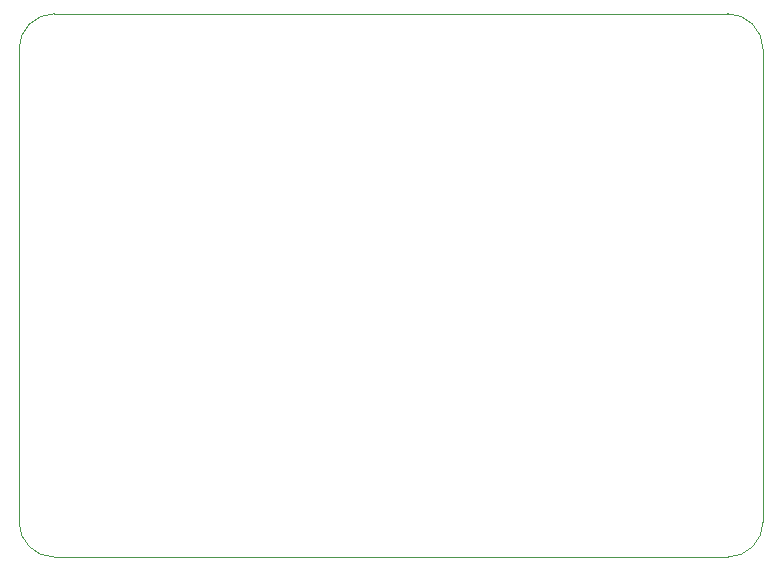
<source format=gm1>
G04 #@! TF.GenerationSoftware,KiCad,Pcbnew,(5.1.10)-1*
G04 #@! TF.CreationDate,2022-01-24T23:11:23-05:00*
G04 #@! TF.ProjectId,EmotionLampBoard_V1,456d6f74-696f-46e4-9c61-6d70426f6172,rev?*
G04 #@! TF.SameCoordinates,Original*
G04 #@! TF.FileFunction,Profile,NP*
%FSLAX46Y46*%
G04 Gerber Fmt 4.6, Leading zero omitted, Abs format (unit mm)*
G04 Created by KiCad (PCBNEW (5.1.10)-1) date 2022-01-24 23:11:23*
%MOMM*%
%LPD*%
G01*
G04 APERTURE LIST*
G04 #@! TA.AperFunction,Profile*
%ADD10C,0.050000*%
G04 #@! TD*
G04 APERTURE END LIST*
D10*
X173000000Y-61000000D02*
X116000000Y-61000000D01*
X113000000Y-64000000D02*
X113000000Y-104000000D01*
X116000000Y-107000000D02*
X173000000Y-107000000D01*
X116000000Y-107000000D02*
G75*
G02*
X113000000Y-104000000I0J3000000D01*
G01*
X113000000Y-64000000D02*
G75*
G02*
X116000000Y-61000000I3000000J0D01*
G01*
X176000000Y-64000000D02*
X176000000Y-104000000D01*
X176000000Y-104000000D02*
G75*
G02*
X173000000Y-107000000I-3000000J0D01*
G01*
X173000000Y-61000000D02*
G75*
G02*
X176000000Y-64000000I0J-3000000D01*
G01*
M02*

</source>
